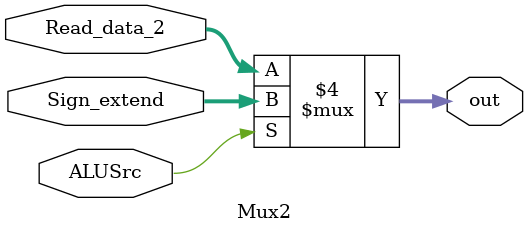
<source format=v>
`timescale 1ns / 1ps


module Mux2(input ALUSrc,input [31:0] Read_data_2,input [31:0] Sign_extend,output reg [31:0] out);
always@(ALUSrc or Read_data_2 or Sign_extend)begin
if(ALUSrc == 0)out <= Read_data_2;
else out <= Sign_extend;
end
endmodule

</source>
